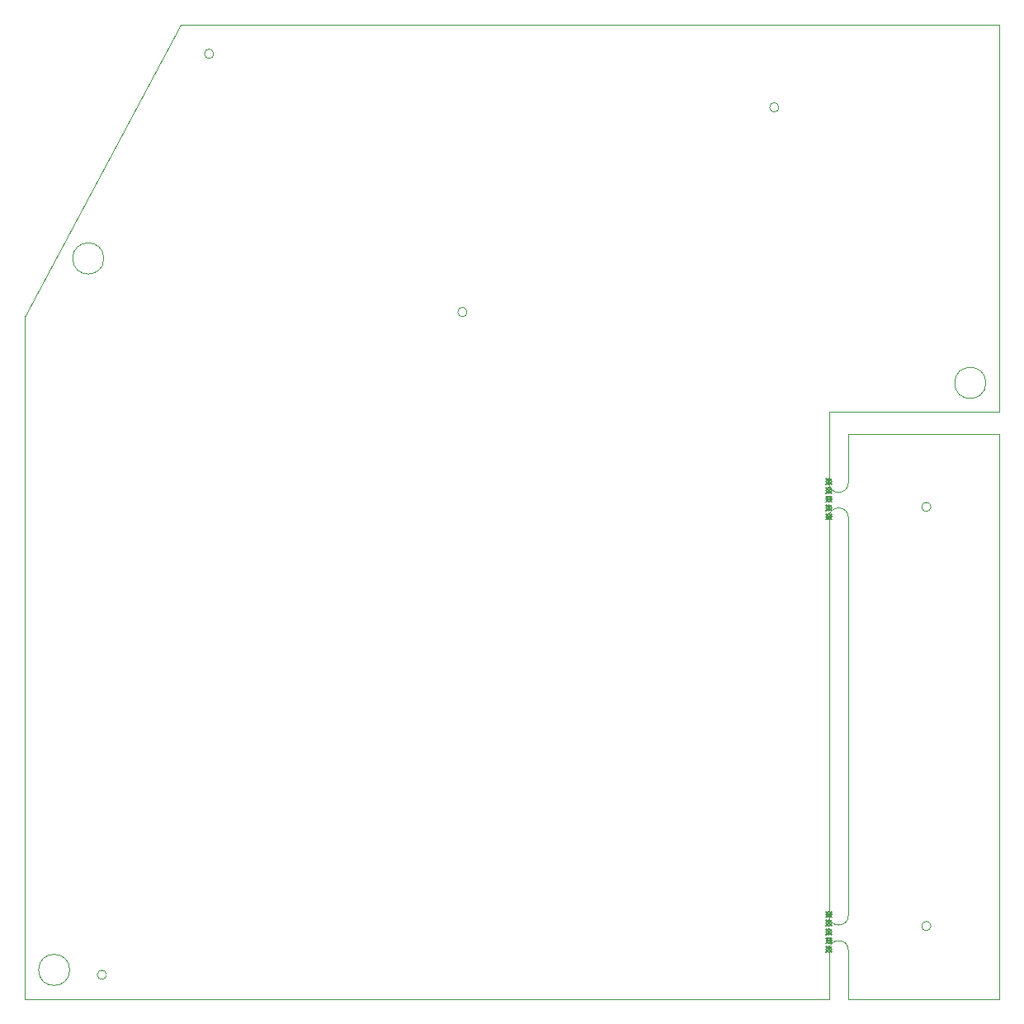
<source format=gm1>
G04 #@! TF.GenerationSoftware,KiCad,Pcbnew,(5.1.6-0-10_14)*
G04 #@! TF.CreationDate,2021-10-06T17:17:57+09:00*
G04 #@! TF.ProjectId,qPCR-main,71504352-2d6d-4616-996e-2e6b69636164,rev?*
G04 #@! TF.SameCoordinates,Original*
G04 #@! TF.FileFunction,Profile,NP*
%FSLAX46Y46*%
G04 Gerber Fmt 4.6, Leading zero omitted, Abs format (unit mm)*
G04 Created by KiCad (PCBNEW (5.1.6-0-10_14)) date 2021-10-06 17:17:57*
%MOMM*%
%LPD*%
G01*
G04 APERTURE LIST*
G04 #@! TA.AperFunction,Profile*
%ADD10C,0.100000*%
G04 #@! TD*
G04 #@! TA.AperFunction,Profile*
%ADD11C,0.200000*%
G04 #@! TD*
G04 APERTURE END LIST*
D10*
X164500000Y-150000000D02*
X180000000Y-150000000D01*
X125375000Y-79500000D02*
G75*
G03*
X125375000Y-79500000I-475000J0D01*
G01*
X162500000Y-97000000D02*
X162500000Y-89770000D01*
X162500000Y-141400000D02*
X162500000Y-100600000D01*
X162500000Y-150000000D02*
X162500000Y-145000000D01*
X180000000Y-92000000D02*
X164500000Y-92000000D01*
X180000000Y-92000000D02*
X180000000Y-92500000D01*
X180000000Y-150000000D02*
X180000000Y-92500000D01*
X164500000Y-102000000D02*
X164500000Y-140000000D01*
D11*
X162775000Y-100500000D02*
G75*
G03*
X162775000Y-100500000I-275000J0D01*
G01*
X162225000Y-100225000D02*
X162775000Y-100775000D01*
X162225000Y-100775000D02*
X162775000Y-100225000D01*
X162775000Y-97800000D02*
G75*
G03*
X162775000Y-97800000I-275000J0D01*
G01*
X162225000Y-97525000D02*
X162775000Y-98075000D01*
X162225000Y-98075000D02*
X162775000Y-97525000D01*
D10*
X164500000Y-92000000D02*
X164500000Y-97000000D01*
D11*
X162775000Y-98700000D02*
G75*
G03*
X162775000Y-98700000I-275000J0D01*
G01*
X162225000Y-98425000D02*
X162775000Y-98975000D01*
X162225000Y-98975000D02*
X162775000Y-98425000D01*
D10*
X162500000Y-100600000D02*
G75*
G02*
X164500000Y-100600000I1000000J0D01*
G01*
X164500000Y-97000000D02*
G75*
G02*
X162500000Y-97000000I-1000000J0D01*
G01*
X162500000Y-145000000D02*
G75*
G02*
X164500000Y-145000000I1000000J0D01*
G01*
X164500000Y-141400000D02*
X164500000Y-140000000D01*
D11*
X162775000Y-144000000D02*
G75*
G03*
X162775000Y-144000000I-275000J0D01*
G01*
X162225000Y-143725000D02*
X162775000Y-144275000D01*
X162225000Y-144275000D02*
X162775000Y-143725000D01*
X162775000Y-141300000D02*
G75*
G03*
X162775000Y-141300000I-275000J0D01*
G01*
X162225000Y-141025000D02*
X162775000Y-141575000D01*
X162225000Y-141575000D02*
X162775000Y-141025000D01*
X162775000Y-143100000D02*
G75*
G03*
X162775000Y-143100000I-275000J0D01*
G01*
X162225000Y-142825000D02*
X162775000Y-143375000D01*
X162225000Y-143375000D02*
X162775000Y-142825000D01*
X162775000Y-144900000D02*
G75*
G03*
X162775000Y-144900000I-275000J0D01*
G01*
X162225000Y-144625000D02*
X162775000Y-145175000D01*
X162225000Y-145175000D02*
X162775000Y-144625000D01*
D10*
X172975000Y-142500000D02*
G75*
G03*
X172975000Y-142500000I-475000J0D01*
G01*
X164500000Y-100600000D02*
X164500000Y-102000000D01*
X164500000Y-141400000D02*
G75*
G02*
X162500000Y-141400000I-1000000J0D01*
G01*
X164500000Y-150000000D02*
X164500000Y-145000000D01*
D11*
X162775000Y-142200000D02*
G75*
G03*
X162775000Y-142200000I-275000J0D01*
G01*
X162225000Y-141925000D02*
X162775000Y-142475000D01*
X162225000Y-142475000D02*
X162775000Y-141925000D01*
X162775000Y-99600000D02*
G75*
G03*
X162775000Y-99600000I-275000J0D01*
G01*
X162225000Y-99325000D02*
X162775000Y-99875000D01*
X162225000Y-99875000D02*
X162775000Y-99325000D01*
X162775000Y-96900000D02*
G75*
G03*
X162775000Y-96900000I-275000J0D01*
G01*
X162225000Y-96625000D02*
X162775000Y-97175000D01*
X162225000Y-97175000D02*
X162775000Y-96625000D01*
D10*
X172975000Y-99500000D02*
G75*
G03*
X172975000Y-99500000I-475000J0D01*
G01*
X88375000Y-147500000D02*
G75*
G03*
X88375000Y-147500000I-475000J0D01*
G01*
X157375000Y-58500000D02*
G75*
G03*
X157375000Y-58500000I-475000J0D01*
G01*
X99375000Y-53000000D02*
G75*
G03*
X99375000Y-53000000I-475000J0D01*
G01*
X80000000Y-150000000D02*
X162500000Y-150000000D01*
X162500000Y-89770000D02*
X180000000Y-89770000D01*
X178600000Y-86770000D02*
G75*
G03*
X178600000Y-86770000I-1600000J0D01*
G01*
X84600000Y-147000000D02*
G75*
G03*
X84600000Y-147000000I-1600000J0D01*
G01*
X88100000Y-74000000D02*
G75*
G03*
X88100000Y-74000000I-1600000J0D01*
G01*
X96000000Y-50000000D02*
X80000000Y-80000000D01*
X80000000Y-80000000D02*
X80000000Y-150000000D01*
X180000000Y-89770000D02*
X180000000Y-50000000D01*
X96000000Y-50000000D02*
X180000000Y-50000000D01*
M02*

</source>
